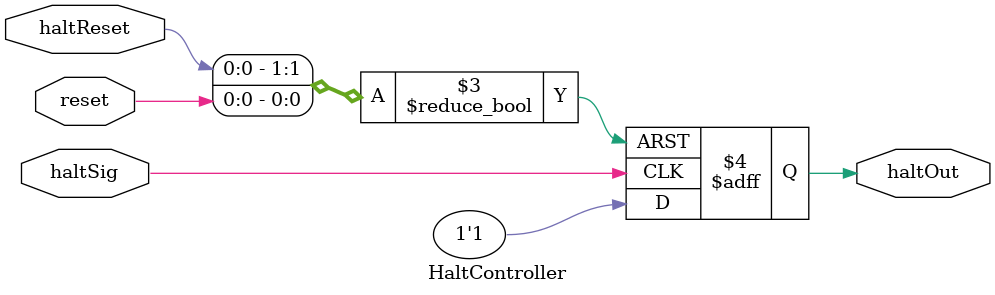
<source format=v>
`timescale 1ns / 1ps


module HaltController(haltOut, haltSig, haltReset, reset);
    output reg  haltOut;
    input       haltSig, haltReset, reset;

    always@(posedge haltSig, posedge reset, posedge haltReset) begin
        if (reset)
            haltOut = 1'b0;
        else if (haltReset)
            haltOut = 1'b0;
        else if (haltSig)
            haltOut = 1'b1;
    end
endmodule

</source>
